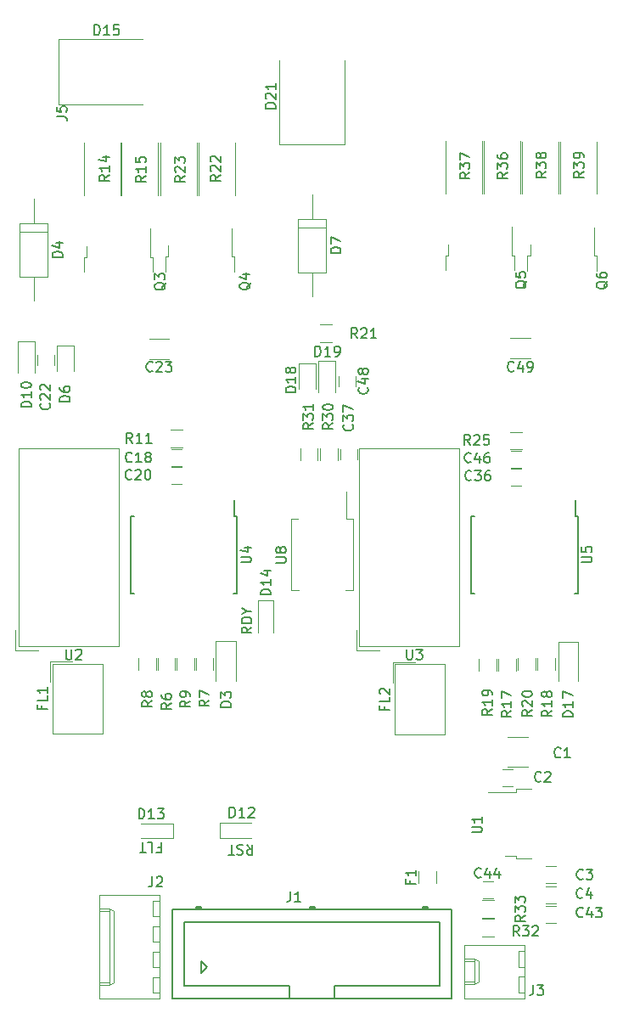
<source format=gto>
G04 #@! TF.GenerationSoftware,KiCad,Pcbnew,no-vcs-found-e062780~61~ubuntu17.10.1*
G04 #@! TF.CreationDate,2018-01-03T10:37:01-05:00*
G04 #@! TF.ProjectId,ENNOID Dual Gate Driver,454E4E4F4944204475616C2047617465,rev?*
G04 #@! TF.SameCoordinates,Original*
G04 #@! TF.FileFunction,Legend,Top*
G04 #@! TF.FilePolarity,Positive*
%FSLAX46Y46*%
G04 Gerber Fmt 4.6, Leading zero omitted, Abs format (unit mm)*
G04 Created by KiCad (PCBNEW no-vcs-found-e062780~61~ubuntu17.10.1) date Wed Jan  3 10:37:01 2018*
%MOMM*%
%LPD*%
G01*
G04 APERTURE LIST*
%ADD10C,0.200000*%
%ADD11C,0.150000*%
%ADD12C,0.120000*%
%ADD13C,0.100000*%
G04 APERTURE END LIST*
D10*
X23483819Y-81843619D02*
X23817152Y-82319809D01*
X24055247Y-81843619D02*
X24055247Y-82843619D01*
X23674295Y-82843619D01*
X23579057Y-82796000D01*
X23531438Y-82748380D01*
X23483819Y-82653142D01*
X23483819Y-82510285D01*
X23531438Y-82415047D01*
X23579057Y-82367428D01*
X23674295Y-82319809D01*
X24055247Y-82319809D01*
X23102866Y-81891238D02*
X22960009Y-81843619D01*
X22721914Y-81843619D01*
X22626676Y-81891238D01*
X22579057Y-81938857D01*
X22531438Y-82034095D01*
X22531438Y-82129333D01*
X22579057Y-82224571D01*
X22626676Y-82272190D01*
X22721914Y-82319809D01*
X22912390Y-82367428D01*
X23007628Y-82415047D01*
X23055247Y-82462666D01*
X23102866Y-82557904D01*
X23102866Y-82653142D01*
X23055247Y-82748380D01*
X23007628Y-82796000D01*
X22912390Y-82843619D01*
X22674295Y-82843619D01*
X22531438Y-82796000D01*
X22245723Y-82843619D02*
X21674295Y-82843619D01*
X21960009Y-81843619D02*
X21960009Y-82843619D01*
X14587457Y-82113428D02*
X14920790Y-82113428D01*
X14920790Y-81589619D02*
X14920790Y-82589619D01*
X14444600Y-82589619D01*
X13587457Y-81589619D02*
X14063647Y-81589619D01*
X14063647Y-82589619D01*
X13396980Y-82589619D02*
X12825552Y-82589619D01*
X13111266Y-81589619D02*
X13111266Y-82589619D01*
X23972780Y-60156647D02*
X23496590Y-60489980D01*
X23972780Y-60728076D02*
X22972780Y-60728076D01*
X22972780Y-60347123D01*
X23020400Y-60251885D01*
X23068019Y-60204266D01*
X23163257Y-60156647D01*
X23306114Y-60156647D01*
X23401352Y-60204266D01*
X23448971Y-60251885D01*
X23496590Y-60347123D01*
X23496590Y-60728076D01*
X23972780Y-59728076D02*
X22972780Y-59728076D01*
X22972780Y-59489980D01*
X23020400Y-59347123D01*
X23115638Y-59251885D01*
X23210876Y-59204266D01*
X23401352Y-59156647D01*
X23544209Y-59156647D01*
X23734685Y-59204266D01*
X23829923Y-59251885D01*
X23925161Y-59347123D01*
X23972780Y-59489980D01*
X23972780Y-59728076D01*
X23496590Y-58537600D02*
X23972780Y-58537600D01*
X22972780Y-58870933D02*
X23496590Y-58537600D01*
X22972780Y-58204266D01*
D11*
X19507400Y-94018100D02*
X18907400Y-94618100D01*
X18907400Y-93418100D02*
X19507400Y-94018100D01*
X18907400Y-94618100D02*
X18907400Y-93418100D01*
X18457400Y-88178100D02*
X18957400Y-88178100D01*
X18957400Y-88078100D02*
X18957400Y-88278100D01*
X18457400Y-88078100D02*
X18957400Y-88078100D01*
X18457400Y-88278100D02*
X18457400Y-88078100D01*
X41037400Y-88178100D02*
X41537400Y-88178100D01*
X41537400Y-88078100D02*
X41537400Y-88278100D01*
X41037400Y-88078100D02*
X41537400Y-88078100D01*
X41037400Y-88278100D02*
X41037400Y-88078100D01*
X29747400Y-88178100D02*
X30247400Y-88178100D01*
X30247400Y-88078100D02*
X30247400Y-88278100D01*
X29747400Y-88078100D02*
X30247400Y-88078100D01*
X29747400Y-88278100D02*
X29747400Y-88078100D01*
X32222400Y-95918100D02*
X32222400Y-97218100D01*
X42757400Y-95918100D02*
X32222400Y-95918100D01*
X42757400Y-89578100D02*
X42757400Y-95918100D01*
X17237400Y-89578100D02*
X42757400Y-89578100D01*
X17237400Y-95918100D02*
X17237400Y-89578100D01*
X27772400Y-95918100D02*
X17237400Y-95918100D01*
X27772400Y-97218100D02*
X27772400Y-95918100D01*
X43957400Y-97218100D02*
X16037400Y-97218100D01*
X43957400Y-88278100D02*
X43957400Y-97218100D01*
X16037400Y-88278100D02*
X43957400Y-88278100D01*
X16037400Y-97218100D02*
X16037400Y-88278100D01*
D12*
X49495200Y-74098600D02*
X51495200Y-74098600D01*
X51495200Y-71138600D02*
X49495200Y-71138600D01*
X50004600Y-74308600D02*
X49004600Y-74308600D01*
X49004600Y-76008600D02*
X50004600Y-76008600D01*
X54348000Y-83998700D02*
X53348000Y-83998700D01*
X53348000Y-85698700D02*
X54348000Y-85698700D01*
X53348000Y-87692600D02*
X54348000Y-87692600D01*
X54348000Y-85992600D02*
X53348000Y-85992600D01*
X17010000Y-42380800D02*
X16010000Y-42380800D01*
X16010000Y-44080800D02*
X17010000Y-44080800D01*
X16010000Y-45909600D02*
X17010000Y-45909600D01*
X17010000Y-44209600D02*
X16010000Y-44209600D01*
X2604400Y-33022600D02*
X2604400Y-34022600D01*
X4304400Y-34022600D02*
X4304400Y-33022600D01*
X49817400Y-46062000D02*
X50817400Y-46062000D01*
X50817400Y-44362000D02*
X49817400Y-44362000D01*
X34530400Y-43427600D02*
X34530400Y-42427600D01*
X32830400Y-42427600D02*
X32830400Y-43427600D01*
X54322600Y-87923000D02*
X53322600Y-87923000D01*
X53322600Y-89623000D02*
X54322600Y-89623000D01*
X48023400Y-85484600D02*
X47023400Y-85484600D01*
X47023400Y-87184600D02*
X48023400Y-87184600D01*
X22412200Y-61580200D02*
X20412200Y-61580200D01*
X20412200Y-61580200D02*
X20412200Y-65480200D01*
X22412200Y-61580200D02*
X22412200Y-65480200D01*
X14134800Y-96634200D02*
X14754800Y-96634200D01*
X14134800Y-95034200D02*
X14134800Y-96634200D01*
X14754800Y-95034200D02*
X14134800Y-95034200D01*
X14134800Y-94094200D02*
X14754800Y-94094200D01*
X14134800Y-92494200D02*
X14134800Y-94094200D01*
X14754800Y-92494200D02*
X14134800Y-92494200D01*
X14134800Y-91554200D02*
X14754800Y-91554200D01*
X14134800Y-89954200D02*
X14134800Y-91554200D01*
X14754800Y-89954200D02*
X14134800Y-89954200D01*
X14134800Y-89014200D02*
X14754800Y-89014200D01*
X14134800Y-87414200D02*
X14134800Y-89014200D01*
X14754800Y-87414200D02*
X14134800Y-87414200D01*
X8754800Y-95584200D02*
X9754800Y-95584200D01*
X8754800Y-88464200D02*
X9754800Y-88464200D01*
X10184800Y-95584200D02*
X9754800Y-95834200D01*
X10184800Y-88464200D02*
X10184800Y-95584200D01*
X9754800Y-88214200D02*
X10184800Y-88464200D01*
X9754800Y-95834200D02*
X8754800Y-95834200D01*
X9754800Y-88214200D02*
X9754800Y-95834200D01*
X8754800Y-88214200D02*
X9754800Y-88214200D01*
X14754800Y-97204200D02*
X14754800Y-86844200D01*
X8754800Y-97204200D02*
X14754800Y-97204200D01*
X8754800Y-86844200D02*
X8754800Y-97204200D01*
X14754800Y-86844200D02*
X8754800Y-86844200D01*
X50583800Y-96583400D02*
X51203800Y-96583400D01*
X50583800Y-94983400D02*
X50583800Y-96583400D01*
X51203800Y-94983400D02*
X50583800Y-94983400D01*
X50583800Y-94043400D02*
X51203800Y-94043400D01*
X50583800Y-92443400D02*
X50583800Y-94043400D01*
X51203800Y-92443400D02*
X50583800Y-92443400D01*
X45203800Y-95533400D02*
X46203800Y-95533400D01*
X45203800Y-93493400D02*
X46203800Y-93493400D01*
X46633800Y-95533400D02*
X46203800Y-95783400D01*
X46633800Y-93493400D02*
X46633800Y-95533400D01*
X46203800Y-93243400D02*
X46633800Y-93493400D01*
X46203800Y-95783400D02*
X45203800Y-95783400D01*
X46203800Y-93243400D02*
X46203800Y-95783400D01*
X45203800Y-93243400D02*
X46203800Y-93243400D01*
X51203800Y-97153400D02*
X51203800Y-91873400D01*
X45203800Y-97153400D02*
X51203800Y-97153400D01*
X45203800Y-91873400D02*
X45203800Y-97153400D01*
X51203800Y-91873400D02*
X45203800Y-91873400D01*
X16348600Y-63230200D02*
X16348600Y-64430200D01*
X14588600Y-64430200D02*
X14588600Y-63230200D01*
X20158600Y-63230200D02*
X20158600Y-64430200D01*
X18398600Y-64430200D02*
X18398600Y-63230200D01*
X14443600Y-63230200D02*
X14443600Y-64430200D01*
X12683600Y-64430200D02*
X12683600Y-63230200D01*
X16493600Y-64430200D02*
X16493600Y-63230200D01*
X18253600Y-63230200D02*
X18253600Y-64430200D01*
X48548400Y-64481000D02*
X48548400Y-63281000D01*
X50308400Y-63281000D02*
X50308400Y-64481000D01*
X52485400Y-64455600D02*
X52485400Y-63255600D01*
X54245400Y-63255600D02*
X54245400Y-64455600D01*
X46643400Y-64481000D02*
X46643400Y-63281000D01*
X48403400Y-63281000D02*
X48403400Y-64481000D01*
X50555000Y-64455600D02*
X50555000Y-63255600D01*
X52315000Y-63255600D02*
X52315000Y-64455600D01*
X31969000Y-31715600D02*
X30769000Y-31715600D01*
X30769000Y-29955600D02*
X31969000Y-29955600D01*
X32565800Y-42327600D02*
X32565800Y-43527600D01*
X30805800Y-43527600D02*
X30805800Y-42327600D01*
X28805800Y-43527600D02*
X28805800Y-42327600D01*
X30565800Y-42327600D02*
X30565800Y-43527600D01*
X46923400Y-89264600D02*
X48123400Y-89264600D01*
X48123400Y-91024600D02*
X46923400Y-91024600D01*
X46923400Y-87359600D02*
X48123400Y-87359600D01*
X48123400Y-89119600D02*
X46923400Y-89119600D01*
X23963400Y-81153800D02*
X20763400Y-81153800D01*
X20763400Y-79653800D02*
X23963400Y-79653800D01*
X20763400Y-79653800D02*
X20763400Y-81153800D01*
X16132605Y-81202572D02*
X16132605Y-79702572D01*
X16132605Y-81202572D02*
X12932605Y-81202572D01*
X12932605Y-79702572D02*
X16132605Y-79702572D01*
X42383600Y-84490000D02*
X42383600Y-85690000D01*
X40623600Y-85690000D02*
X40623600Y-84490000D01*
D11*
X22253200Y-49052600D02*
X22253200Y-47527600D01*
X11878200Y-49052600D02*
X11878200Y-56802600D01*
X22528200Y-49052600D02*
X22528200Y-56802600D01*
X11878200Y-49052600D02*
X12233200Y-49052600D01*
X11878200Y-56802600D02*
X12233200Y-56802600D01*
X22528200Y-56802600D02*
X22173200Y-56802600D01*
X22528200Y-49052600D02*
X22253200Y-49052600D01*
D12*
X50387400Y-82938600D02*
X49287400Y-82938600D01*
X50387400Y-83208600D02*
X50387400Y-82938600D01*
X51887400Y-83208600D02*
X50387400Y-83208600D01*
X50387400Y-76578600D02*
X47557400Y-76578600D01*
X50387400Y-76308600D02*
X50387400Y-76578600D01*
X51887400Y-76308600D02*
X50387400Y-76308600D01*
X28588000Y-49377600D02*
X27888000Y-49377600D01*
X27888000Y-49377600D02*
X27888000Y-56427600D01*
X27888000Y-56427600D02*
X28638000Y-56427600D01*
X33338000Y-56427600D02*
X34088000Y-56427600D01*
X34088000Y-56427600D02*
X34088000Y-49377600D01*
X34088000Y-49377600D02*
X33438000Y-49377600D01*
X33438000Y-49377600D02*
X33438000Y-46677600D01*
D13*
X3904000Y-65584600D02*
X3904000Y-63584600D01*
X3904000Y-63584600D02*
X6104000Y-63584600D01*
D12*
X4104000Y-70784600D02*
X9104000Y-70784600D01*
X9104000Y-70784600D02*
X9104000Y-63784600D01*
X9104000Y-63784600D02*
X4104000Y-63784600D01*
X4104000Y-63784600D02*
X4104000Y-70784600D01*
X38267000Y-63860800D02*
X38267000Y-70860800D01*
X43267000Y-63860800D02*
X38267000Y-63860800D01*
X43267000Y-70860800D02*
X43267000Y-63860800D01*
X38267000Y-70860800D02*
X43267000Y-70860800D01*
D13*
X38067000Y-63660800D02*
X40267000Y-63660800D01*
X38067000Y-65660800D02*
X38067000Y-63660800D01*
D12*
X703200Y-62077600D02*
X10703200Y-62077600D01*
X703200Y-42337600D02*
X703200Y-62077600D01*
X10703200Y-42337600D02*
X703200Y-42337600D01*
X10703200Y-62077600D02*
X10703200Y-42337600D01*
D13*
X403200Y-62457600D02*
X403200Y-60427600D01*
X403200Y-62457600D02*
X2703200Y-62457600D01*
D12*
X34703200Y-62077600D02*
X44703200Y-62077600D01*
X34703200Y-42337600D02*
X34703200Y-62077600D01*
X44703200Y-42337600D02*
X34703200Y-42337600D01*
X44703200Y-62077600D02*
X44703200Y-42337600D01*
D13*
X34403200Y-62457600D02*
X34403200Y-60427600D01*
X34403200Y-62457600D02*
X36703200Y-62457600D01*
D12*
X26128800Y-57466400D02*
X24628800Y-57466400D01*
X26128800Y-57466400D02*
X26128800Y-60666400D01*
X24628800Y-60666400D02*
X24628800Y-57466400D01*
X15732000Y-31415800D02*
X13732000Y-31415800D01*
X13732000Y-33455800D02*
X15732000Y-33455800D01*
X50817400Y-42533200D02*
X49817400Y-42533200D01*
X49817400Y-44233200D02*
X50817400Y-44233200D01*
X32627200Y-35161600D02*
X32627200Y-36161600D01*
X34327200Y-36161600D02*
X34327200Y-35161600D01*
X49749200Y-33354200D02*
X51749200Y-33354200D01*
X51749200Y-31314200D02*
X49749200Y-31314200D01*
X2374000Y-31653400D02*
X674000Y-31653400D01*
X674000Y-31653400D02*
X674000Y-34803400D01*
X2374000Y-31653400D02*
X2374000Y-34803400D01*
X56549800Y-61605600D02*
X56549800Y-65505600D01*
X54549800Y-61605600D02*
X54549800Y-65505600D01*
X56549800Y-61605600D02*
X54549800Y-61605600D01*
X32346000Y-33558400D02*
X32346000Y-36708400D01*
X30646000Y-33558400D02*
X30646000Y-36708400D01*
X32346000Y-33558400D02*
X30646000Y-33558400D01*
X15910000Y-40471200D02*
X17110000Y-40471200D01*
X17110000Y-42231200D02*
X15910000Y-42231200D01*
X10862400Y-11878000D02*
X10862400Y-17078000D01*
X7222400Y-17078000D02*
X7222400Y-11878000D01*
X11007000Y-17078000D02*
X11007000Y-11878000D01*
X14647000Y-11878000D02*
X14647000Y-17078000D01*
X22292400Y-11852600D02*
X22292400Y-17052600D01*
X18652400Y-17052600D02*
X18652400Y-11852600D01*
X14867800Y-17052600D02*
X14867800Y-11852600D01*
X18507800Y-11852600D02*
X18507800Y-17052600D01*
X50942800Y-42434400D02*
X49742800Y-42434400D01*
X49742800Y-40674400D02*
X50942800Y-40674400D01*
X47125800Y-16900200D02*
X47125800Y-11700200D01*
X50765800Y-11700200D02*
X50765800Y-16900200D01*
X46930400Y-11700200D02*
X46930400Y-16900200D01*
X43290400Y-16900200D02*
X43290400Y-11700200D01*
X54575800Y-11725600D02*
X54575800Y-16925600D01*
X50935800Y-16925600D02*
X50935800Y-11725600D01*
X54771200Y-16925600D02*
X54771200Y-11725600D01*
X58411200Y-11725600D02*
X58411200Y-16925600D01*
X6209400Y-32053400D02*
X6209400Y-34603400D01*
X4509400Y-32053400D02*
X4509400Y-34603400D01*
X6209400Y-32053400D02*
X4509400Y-32053400D01*
X30364800Y-33882200D02*
X28664800Y-33882200D01*
X28664800Y-33882200D02*
X28664800Y-36432200D01*
X30364800Y-33882200D02*
X30364800Y-36432200D01*
D11*
X56253200Y-49052600D02*
X56253200Y-47527600D01*
X45878200Y-49052600D02*
X45878200Y-56802600D01*
X56528200Y-49052600D02*
X56528200Y-56802600D01*
X45878200Y-49052600D02*
X46233200Y-49052600D01*
X45878200Y-56802600D02*
X46233200Y-56802600D01*
X56528200Y-56802600D02*
X56173200Y-56802600D01*
X56528200Y-49052600D02*
X56253200Y-49052600D01*
D12*
X3645200Y-19869800D02*
X825200Y-19869800D01*
X825200Y-19869800D02*
X825200Y-25189800D01*
X825200Y-25189800D02*
X3645200Y-25189800D01*
X3645200Y-25189800D02*
X3645200Y-19869800D01*
X2235200Y-17459800D02*
X2235200Y-19869800D01*
X2235200Y-27599800D02*
X2235200Y-25189800D01*
X3645200Y-20709800D02*
X825200Y-20709800D01*
X31410000Y-20287800D02*
X28590000Y-20287800D01*
X30000000Y-27177800D02*
X30000000Y-24767800D01*
X30000000Y-17037800D02*
X30000000Y-19447800D01*
X31410000Y-24767800D02*
X31410000Y-19447800D01*
X28590000Y-24767800D02*
X31410000Y-24767800D01*
X28590000Y-19447800D02*
X28590000Y-24767800D01*
X31410000Y-19447800D02*
X28590000Y-19447800D01*
X4699600Y-7999800D02*
X4699600Y-1499800D01*
X4699600Y-7999800D02*
X13099600Y-7999800D01*
X4699600Y-1499800D02*
X13099600Y-1499800D01*
X26750000Y-12013600D02*
X26750000Y-3613600D01*
X33250000Y-12013600D02*
X33250000Y-3613600D01*
X33250000Y-12013600D02*
X26750000Y-12013600D01*
X7513400Y-23234800D02*
X7513400Y-22134800D01*
X7243400Y-23234800D02*
X7513400Y-23234800D01*
X7243400Y-24734800D02*
X7243400Y-23234800D01*
X13873400Y-23234800D02*
X13873400Y-20404800D01*
X14143400Y-23234800D02*
X13873400Y-23234800D01*
X14143400Y-24734800D02*
X14143400Y-23234800D01*
X22271400Y-24709400D02*
X22271400Y-23209400D01*
X22271400Y-23209400D02*
X22001400Y-23209400D01*
X22001400Y-23209400D02*
X22001400Y-20379400D01*
X15371400Y-24709400D02*
X15371400Y-23209400D01*
X15371400Y-23209400D02*
X15641400Y-23209400D01*
X15641400Y-23209400D02*
X15641400Y-22109400D01*
X50211400Y-24582400D02*
X50211400Y-23082400D01*
X50211400Y-23082400D02*
X49941400Y-23082400D01*
X49941400Y-23082400D02*
X49941400Y-20252400D01*
X43311400Y-24582400D02*
X43311400Y-23082400D01*
X43311400Y-23082400D02*
X43581400Y-23082400D01*
X43581400Y-23082400D02*
X43581400Y-21982400D01*
X51760200Y-23107800D02*
X51760200Y-22007800D01*
X51490200Y-23107800D02*
X51760200Y-23107800D01*
X51490200Y-24607800D02*
X51490200Y-23107800D01*
X58120200Y-23107800D02*
X58120200Y-20277800D01*
X58390200Y-23107800D02*
X58120200Y-23107800D01*
X58390200Y-24607800D02*
X58390200Y-23107800D01*
D11*
X27860666Y-86523580D02*
X27860666Y-87237866D01*
X27813047Y-87380723D01*
X27717809Y-87475961D01*
X27574952Y-87523580D01*
X27479714Y-87523580D01*
X28860666Y-87523580D02*
X28289238Y-87523580D01*
X28574952Y-87523580D02*
X28574952Y-86523580D01*
X28479714Y-86666438D01*
X28384476Y-86761676D01*
X28289238Y-86809295D01*
X54798933Y-73064642D02*
X54751314Y-73112261D01*
X54608457Y-73159880D01*
X54513219Y-73159880D01*
X54370361Y-73112261D01*
X54275123Y-73017023D01*
X54227504Y-72921785D01*
X54179885Y-72731309D01*
X54179885Y-72588452D01*
X54227504Y-72397976D01*
X54275123Y-72302738D01*
X54370361Y-72207500D01*
X54513219Y-72159880D01*
X54608457Y-72159880D01*
X54751314Y-72207500D01*
X54798933Y-72255119D01*
X55751314Y-73159880D02*
X55179885Y-73159880D01*
X55465600Y-73159880D02*
X55465600Y-72159880D01*
X55370361Y-72302738D01*
X55275123Y-72397976D01*
X55179885Y-72445595D01*
X52843133Y-75477642D02*
X52795514Y-75525261D01*
X52652657Y-75572880D01*
X52557419Y-75572880D01*
X52414561Y-75525261D01*
X52319323Y-75430023D01*
X52271704Y-75334785D01*
X52224085Y-75144309D01*
X52224085Y-75001452D01*
X52271704Y-74810976D01*
X52319323Y-74715738D01*
X52414561Y-74620500D01*
X52557419Y-74572880D01*
X52652657Y-74572880D01*
X52795514Y-74620500D01*
X52843133Y-74668119D01*
X53224085Y-74668119D02*
X53271704Y-74620500D01*
X53366942Y-74572880D01*
X53605038Y-74572880D01*
X53700276Y-74620500D01*
X53747895Y-74668119D01*
X53795514Y-74763357D01*
X53795514Y-74858595D01*
X53747895Y-75001452D01*
X53176466Y-75572880D01*
X53795514Y-75572880D01*
X57021433Y-85205842D02*
X56973814Y-85253461D01*
X56830957Y-85301080D01*
X56735719Y-85301080D01*
X56592861Y-85253461D01*
X56497623Y-85158223D01*
X56450004Y-85062985D01*
X56402385Y-84872509D01*
X56402385Y-84729652D01*
X56450004Y-84539176D01*
X56497623Y-84443938D01*
X56592861Y-84348700D01*
X56735719Y-84301080D01*
X56830957Y-84301080D01*
X56973814Y-84348700D01*
X57021433Y-84396319D01*
X57354766Y-84301080D02*
X57973814Y-84301080D01*
X57640480Y-84682033D01*
X57783338Y-84682033D01*
X57878576Y-84729652D01*
X57926195Y-84777271D01*
X57973814Y-84872509D01*
X57973814Y-85110604D01*
X57926195Y-85205842D01*
X57878576Y-85253461D01*
X57783338Y-85301080D01*
X57497623Y-85301080D01*
X57402385Y-85253461D01*
X57354766Y-85205842D01*
X56983333Y-87085442D02*
X56935714Y-87133061D01*
X56792857Y-87180680D01*
X56697619Y-87180680D01*
X56554761Y-87133061D01*
X56459523Y-87037823D01*
X56411904Y-86942585D01*
X56364285Y-86752109D01*
X56364285Y-86609252D01*
X56411904Y-86418776D01*
X56459523Y-86323538D01*
X56554761Y-86228300D01*
X56697619Y-86180680D01*
X56792857Y-86180680D01*
X56935714Y-86228300D01*
X56983333Y-86275919D01*
X57840476Y-86514014D02*
X57840476Y-87180680D01*
X57602380Y-86133061D02*
X57364285Y-86847347D01*
X57983333Y-86847347D01*
X12031742Y-43613342D02*
X11984123Y-43660961D01*
X11841266Y-43708580D01*
X11746028Y-43708580D01*
X11603171Y-43660961D01*
X11507933Y-43565723D01*
X11460314Y-43470485D01*
X11412695Y-43280009D01*
X11412695Y-43137152D01*
X11460314Y-42946676D01*
X11507933Y-42851438D01*
X11603171Y-42756200D01*
X11746028Y-42708580D01*
X11841266Y-42708580D01*
X11984123Y-42756200D01*
X12031742Y-42803819D01*
X12984123Y-43708580D02*
X12412695Y-43708580D01*
X12698409Y-43708580D02*
X12698409Y-42708580D01*
X12603171Y-42851438D01*
X12507933Y-42946676D01*
X12412695Y-42994295D01*
X13555552Y-43137152D02*
X13460314Y-43089533D01*
X13412695Y-43041914D01*
X13365076Y-42946676D01*
X13365076Y-42899057D01*
X13412695Y-42803819D01*
X13460314Y-42756200D01*
X13555552Y-42708580D01*
X13746028Y-42708580D01*
X13841266Y-42756200D01*
X13888885Y-42803819D01*
X13936504Y-42899057D01*
X13936504Y-42946676D01*
X13888885Y-43041914D01*
X13841266Y-43089533D01*
X13746028Y-43137152D01*
X13555552Y-43137152D01*
X13460314Y-43184771D01*
X13412695Y-43232390D01*
X13365076Y-43327628D01*
X13365076Y-43518104D01*
X13412695Y-43613342D01*
X13460314Y-43660961D01*
X13555552Y-43708580D01*
X13746028Y-43708580D01*
X13841266Y-43660961D01*
X13888885Y-43613342D01*
X13936504Y-43518104D01*
X13936504Y-43327628D01*
X13888885Y-43232390D01*
X13841266Y-43184771D01*
X13746028Y-43137152D01*
X11980942Y-45340542D02*
X11933323Y-45388161D01*
X11790466Y-45435780D01*
X11695228Y-45435780D01*
X11552371Y-45388161D01*
X11457133Y-45292923D01*
X11409514Y-45197685D01*
X11361895Y-45007209D01*
X11361895Y-44864352D01*
X11409514Y-44673876D01*
X11457133Y-44578638D01*
X11552371Y-44483400D01*
X11695228Y-44435780D01*
X11790466Y-44435780D01*
X11933323Y-44483400D01*
X11980942Y-44531019D01*
X12361895Y-44531019D02*
X12409514Y-44483400D01*
X12504752Y-44435780D01*
X12742847Y-44435780D01*
X12838085Y-44483400D01*
X12885704Y-44531019D01*
X12933323Y-44626257D01*
X12933323Y-44721495D01*
X12885704Y-44864352D01*
X12314276Y-45435780D01*
X12933323Y-45435780D01*
X13552371Y-44435780D02*
X13647609Y-44435780D01*
X13742847Y-44483400D01*
X13790466Y-44531019D01*
X13838085Y-44626257D01*
X13885704Y-44816733D01*
X13885704Y-45054828D01*
X13838085Y-45245304D01*
X13790466Y-45340542D01*
X13742847Y-45388161D01*
X13647609Y-45435780D01*
X13552371Y-45435780D01*
X13457133Y-45388161D01*
X13409514Y-45340542D01*
X13361895Y-45245304D01*
X13314276Y-45054828D01*
X13314276Y-44816733D01*
X13361895Y-44626257D01*
X13409514Y-44531019D01*
X13457133Y-44483400D01*
X13552371Y-44435780D01*
X3786142Y-37843057D02*
X3833761Y-37890676D01*
X3881380Y-38033533D01*
X3881380Y-38128771D01*
X3833761Y-38271628D01*
X3738523Y-38366866D01*
X3643285Y-38414485D01*
X3452809Y-38462104D01*
X3309952Y-38462104D01*
X3119476Y-38414485D01*
X3024238Y-38366866D01*
X2929000Y-38271628D01*
X2881380Y-38128771D01*
X2881380Y-38033533D01*
X2929000Y-37890676D01*
X2976619Y-37843057D01*
X2976619Y-37462104D02*
X2929000Y-37414485D01*
X2881380Y-37319247D01*
X2881380Y-37081152D01*
X2929000Y-36985914D01*
X2976619Y-36938295D01*
X3071857Y-36890676D01*
X3167095Y-36890676D01*
X3309952Y-36938295D01*
X3881380Y-37509723D01*
X3881380Y-36890676D01*
X2976619Y-36509723D02*
X2929000Y-36462104D01*
X2881380Y-36366866D01*
X2881380Y-36128771D01*
X2929000Y-36033533D01*
X2976619Y-35985914D01*
X3071857Y-35938295D01*
X3167095Y-35938295D01*
X3309952Y-35985914D01*
X3881380Y-36557342D01*
X3881380Y-35938295D01*
X45902642Y-45442142D02*
X45855023Y-45489761D01*
X45712166Y-45537380D01*
X45616928Y-45537380D01*
X45474071Y-45489761D01*
X45378833Y-45394523D01*
X45331214Y-45299285D01*
X45283595Y-45108809D01*
X45283595Y-44965952D01*
X45331214Y-44775476D01*
X45378833Y-44680238D01*
X45474071Y-44585000D01*
X45616928Y-44537380D01*
X45712166Y-44537380D01*
X45855023Y-44585000D01*
X45902642Y-44632619D01*
X46235976Y-44537380D02*
X46855023Y-44537380D01*
X46521690Y-44918333D01*
X46664547Y-44918333D01*
X46759785Y-44965952D01*
X46807404Y-45013571D01*
X46855023Y-45108809D01*
X46855023Y-45346904D01*
X46807404Y-45442142D01*
X46759785Y-45489761D01*
X46664547Y-45537380D01*
X46378833Y-45537380D01*
X46283595Y-45489761D01*
X46235976Y-45442142D01*
X47712166Y-44537380D02*
X47521690Y-44537380D01*
X47426452Y-44585000D01*
X47378833Y-44632619D01*
X47283595Y-44775476D01*
X47235976Y-44965952D01*
X47235976Y-45346904D01*
X47283595Y-45442142D01*
X47331214Y-45489761D01*
X47426452Y-45537380D01*
X47616928Y-45537380D01*
X47712166Y-45489761D01*
X47759785Y-45442142D01*
X47807404Y-45346904D01*
X47807404Y-45108809D01*
X47759785Y-45013571D01*
X47712166Y-44965952D01*
X47616928Y-44918333D01*
X47426452Y-44918333D01*
X47331214Y-44965952D01*
X47283595Y-45013571D01*
X47235976Y-45108809D01*
X34012142Y-39949357D02*
X34059761Y-39996976D01*
X34107380Y-40139833D01*
X34107380Y-40235071D01*
X34059761Y-40377928D01*
X33964523Y-40473166D01*
X33869285Y-40520785D01*
X33678809Y-40568404D01*
X33535952Y-40568404D01*
X33345476Y-40520785D01*
X33250238Y-40473166D01*
X33155000Y-40377928D01*
X33107380Y-40235071D01*
X33107380Y-40139833D01*
X33155000Y-39996976D01*
X33202619Y-39949357D01*
X33107380Y-39616023D02*
X33107380Y-38996976D01*
X33488333Y-39330309D01*
X33488333Y-39187452D01*
X33535952Y-39092214D01*
X33583571Y-39044595D01*
X33678809Y-38996976D01*
X33916904Y-38996976D01*
X34012142Y-39044595D01*
X34059761Y-39092214D01*
X34107380Y-39187452D01*
X34107380Y-39473166D01*
X34059761Y-39568404D01*
X34012142Y-39616023D01*
X33107380Y-38663642D02*
X33107380Y-37996976D01*
X34107380Y-38425547D01*
X57015142Y-89003142D02*
X56967523Y-89050761D01*
X56824666Y-89098380D01*
X56729428Y-89098380D01*
X56586571Y-89050761D01*
X56491333Y-88955523D01*
X56443714Y-88860285D01*
X56396095Y-88669809D01*
X56396095Y-88526952D01*
X56443714Y-88336476D01*
X56491333Y-88241238D01*
X56586571Y-88146000D01*
X56729428Y-88098380D01*
X56824666Y-88098380D01*
X56967523Y-88146000D01*
X57015142Y-88193619D01*
X57872285Y-88431714D02*
X57872285Y-89098380D01*
X57634190Y-88050761D02*
X57396095Y-88765047D01*
X58015142Y-88765047D01*
X58300857Y-88098380D02*
X58919904Y-88098380D01*
X58586571Y-88479333D01*
X58729428Y-88479333D01*
X58824666Y-88526952D01*
X58872285Y-88574571D01*
X58919904Y-88669809D01*
X58919904Y-88907904D01*
X58872285Y-89003142D01*
X58824666Y-89050761D01*
X58729428Y-89098380D01*
X58443714Y-89098380D01*
X58348476Y-89050761D01*
X58300857Y-89003142D01*
X46855142Y-85066142D02*
X46807523Y-85113761D01*
X46664666Y-85161380D01*
X46569428Y-85161380D01*
X46426571Y-85113761D01*
X46331333Y-85018523D01*
X46283714Y-84923285D01*
X46236095Y-84732809D01*
X46236095Y-84589952D01*
X46283714Y-84399476D01*
X46331333Y-84304238D01*
X46426571Y-84209000D01*
X46569428Y-84161380D01*
X46664666Y-84161380D01*
X46807523Y-84209000D01*
X46855142Y-84256619D01*
X47712285Y-84494714D02*
X47712285Y-85161380D01*
X47474190Y-84113761D02*
X47236095Y-84828047D01*
X47855142Y-84828047D01*
X48664666Y-84494714D02*
X48664666Y-85161380D01*
X48426571Y-84113761D02*
X48188476Y-84828047D01*
X48807523Y-84828047D01*
X21915380Y-68111595D02*
X20915380Y-68111595D01*
X20915380Y-67873500D01*
X20963000Y-67730642D01*
X21058238Y-67635404D01*
X21153476Y-67587785D01*
X21343952Y-67540166D01*
X21486809Y-67540166D01*
X21677285Y-67587785D01*
X21772523Y-67635404D01*
X21867761Y-67730642D01*
X21915380Y-67873500D01*
X21915380Y-68111595D01*
X20915380Y-67206833D02*
X20915380Y-66587785D01*
X21296333Y-66921119D01*
X21296333Y-66778261D01*
X21343952Y-66683023D01*
X21391571Y-66635404D01*
X21486809Y-66587785D01*
X21724904Y-66587785D01*
X21820142Y-66635404D01*
X21867761Y-66683023D01*
X21915380Y-66778261D01*
X21915380Y-67063976D01*
X21867761Y-67159214D01*
X21820142Y-67206833D01*
X14065926Y-85032600D02*
X14065926Y-85746886D01*
X14018307Y-85889743D01*
X13923069Y-85984981D01*
X13780212Y-86032600D01*
X13684974Y-86032600D01*
X14494498Y-85127839D02*
X14542117Y-85080220D01*
X14637355Y-85032600D01*
X14875450Y-85032600D01*
X14970688Y-85080220D01*
X15018307Y-85127839D01*
X15065926Y-85223077D01*
X15065926Y-85318315D01*
X15018307Y-85461172D01*
X14446879Y-86032600D01*
X15065926Y-86032600D01*
X52066866Y-95819980D02*
X52066866Y-96534266D01*
X52019247Y-96677123D01*
X51924009Y-96772361D01*
X51781152Y-96819980D01*
X51685914Y-96819980D01*
X52447819Y-95819980D02*
X53066866Y-95819980D01*
X52733533Y-96200933D01*
X52876390Y-96200933D01*
X52971628Y-96248552D01*
X53019247Y-96296171D01*
X53066866Y-96391409D01*
X53066866Y-96629504D01*
X53019247Y-96724742D01*
X52971628Y-96772361D01*
X52876390Y-96819980D01*
X52590676Y-96819980D01*
X52495438Y-96772361D01*
X52447819Y-96724742D01*
X15971780Y-67730666D02*
X15495590Y-68064000D01*
X15971780Y-68302095D02*
X14971780Y-68302095D01*
X14971780Y-67921142D01*
X15019400Y-67825904D01*
X15067019Y-67778285D01*
X15162257Y-67730666D01*
X15305114Y-67730666D01*
X15400352Y-67778285D01*
X15447971Y-67825904D01*
X15495590Y-67921142D01*
X15495590Y-68302095D01*
X14971780Y-66873523D02*
X14971780Y-67064000D01*
X15019400Y-67159238D01*
X15067019Y-67206857D01*
X15209876Y-67302095D01*
X15400352Y-67349714D01*
X15781304Y-67349714D01*
X15876542Y-67302095D01*
X15924161Y-67254476D01*
X15971780Y-67159238D01*
X15971780Y-66968761D01*
X15924161Y-66873523D01*
X15876542Y-66825904D01*
X15781304Y-66778285D01*
X15543209Y-66778285D01*
X15447971Y-66825904D01*
X15400352Y-66873523D01*
X15352733Y-66968761D01*
X15352733Y-67159238D01*
X15400352Y-67254476D01*
X15447971Y-67302095D01*
X15543209Y-67349714D01*
X19730980Y-67438566D02*
X19254790Y-67771900D01*
X19730980Y-68009995D02*
X18730980Y-68009995D01*
X18730980Y-67629042D01*
X18778600Y-67533804D01*
X18826219Y-67486185D01*
X18921457Y-67438566D01*
X19064314Y-67438566D01*
X19159552Y-67486185D01*
X19207171Y-67533804D01*
X19254790Y-67629042D01*
X19254790Y-68009995D01*
X18730980Y-67105233D02*
X18730980Y-66438566D01*
X19730980Y-66867138D01*
X14041380Y-67502066D02*
X13565190Y-67835400D01*
X14041380Y-68073495D02*
X13041380Y-68073495D01*
X13041380Y-67692542D01*
X13089000Y-67597304D01*
X13136619Y-67549685D01*
X13231857Y-67502066D01*
X13374714Y-67502066D01*
X13469952Y-67549685D01*
X13517571Y-67597304D01*
X13565190Y-67692542D01*
X13565190Y-68073495D01*
X13469952Y-66930638D02*
X13422333Y-67025876D01*
X13374714Y-67073495D01*
X13279476Y-67121114D01*
X13231857Y-67121114D01*
X13136619Y-67073495D01*
X13089000Y-67025876D01*
X13041380Y-66930638D01*
X13041380Y-66740161D01*
X13089000Y-66644923D01*
X13136619Y-66597304D01*
X13231857Y-66549685D01*
X13279476Y-66549685D01*
X13374714Y-66597304D01*
X13422333Y-66644923D01*
X13469952Y-66740161D01*
X13469952Y-66930638D01*
X13517571Y-67025876D01*
X13565190Y-67073495D01*
X13660428Y-67121114D01*
X13850904Y-67121114D01*
X13946142Y-67073495D01*
X13993761Y-67025876D01*
X14041380Y-66930638D01*
X14041380Y-66740161D01*
X13993761Y-66644923D01*
X13946142Y-66597304D01*
X13850904Y-66549685D01*
X13660428Y-66549685D01*
X13565190Y-66597304D01*
X13517571Y-66644923D01*
X13469952Y-66740161D01*
X17825980Y-67514766D02*
X17349790Y-67848100D01*
X17825980Y-68086195D02*
X16825980Y-68086195D01*
X16825980Y-67705242D01*
X16873600Y-67610004D01*
X16921219Y-67562385D01*
X17016457Y-67514766D01*
X17159314Y-67514766D01*
X17254552Y-67562385D01*
X17302171Y-67610004D01*
X17349790Y-67705242D01*
X17349790Y-68086195D01*
X17825980Y-67038576D02*
X17825980Y-66848100D01*
X17778361Y-66752861D01*
X17730742Y-66705242D01*
X17587885Y-66610004D01*
X17397409Y-66562385D01*
X17016457Y-66562385D01*
X16921219Y-66610004D01*
X16873600Y-66657623D01*
X16825980Y-66752861D01*
X16825980Y-66943338D01*
X16873600Y-67038576D01*
X16921219Y-67086195D01*
X17016457Y-67133814D01*
X17254552Y-67133814D01*
X17349790Y-67086195D01*
X17397409Y-67038576D01*
X17445028Y-66943338D01*
X17445028Y-66752861D01*
X17397409Y-66657623D01*
X17349790Y-66610004D01*
X17254552Y-66562385D01*
X49880780Y-68490057D02*
X49404590Y-68823390D01*
X49880780Y-69061485D02*
X48880780Y-69061485D01*
X48880780Y-68680533D01*
X48928400Y-68585295D01*
X48976019Y-68537676D01*
X49071257Y-68490057D01*
X49214114Y-68490057D01*
X49309352Y-68537676D01*
X49356971Y-68585295D01*
X49404590Y-68680533D01*
X49404590Y-69061485D01*
X49880780Y-67537676D02*
X49880780Y-68109104D01*
X49880780Y-67823390D02*
X48880780Y-67823390D01*
X49023638Y-67918628D01*
X49118876Y-68013866D01*
X49166495Y-68109104D01*
X48880780Y-67204342D02*
X48880780Y-66537676D01*
X49880780Y-66966247D01*
X53932080Y-68460857D02*
X53455890Y-68794190D01*
X53932080Y-69032285D02*
X52932080Y-69032285D01*
X52932080Y-68651333D01*
X52979700Y-68556095D01*
X53027319Y-68508476D01*
X53122557Y-68460857D01*
X53265414Y-68460857D01*
X53360652Y-68508476D01*
X53408271Y-68556095D01*
X53455890Y-68651333D01*
X53455890Y-69032285D01*
X53932080Y-67508476D02*
X53932080Y-68079904D01*
X53932080Y-67794190D02*
X52932080Y-67794190D01*
X53074938Y-67889428D01*
X53170176Y-67984666D01*
X53217795Y-68079904D01*
X53360652Y-66937047D02*
X53313033Y-67032285D01*
X53265414Y-67079904D01*
X53170176Y-67127523D01*
X53122557Y-67127523D01*
X53027319Y-67079904D01*
X52979700Y-67032285D01*
X52932080Y-66937047D01*
X52932080Y-66746571D01*
X52979700Y-66651333D01*
X53027319Y-66603714D01*
X53122557Y-66556095D01*
X53170176Y-66556095D01*
X53265414Y-66603714D01*
X53313033Y-66651333D01*
X53360652Y-66746571D01*
X53360652Y-66937047D01*
X53408271Y-67032285D01*
X53455890Y-67079904D01*
X53551128Y-67127523D01*
X53741604Y-67127523D01*
X53836842Y-67079904D01*
X53884461Y-67032285D01*
X53932080Y-66937047D01*
X53932080Y-66746571D01*
X53884461Y-66651333D01*
X53836842Y-66603714D01*
X53741604Y-66556095D01*
X53551128Y-66556095D01*
X53455890Y-66603714D01*
X53408271Y-66651333D01*
X53360652Y-66746571D01*
X47975780Y-68333857D02*
X47499590Y-68667190D01*
X47975780Y-68905285D02*
X46975780Y-68905285D01*
X46975780Y-68524333D01*
X47023400Y-68429095D01*
X47071019Y-68381476D01*
X47166257Y-68333857D01*
X47309114Y-68333857D01*
X47404352Y-68381476D01*
X47451971Y-68429095D01*
X47499590Y-68524333D01*
X47499590Y-68905285D01*
X47975780Y-67381476D02*
X47975780Y-67952904D01*
X47975780Y-67667190D02*
X46975780Y-67667190D01*
X47118638Y-67762428D01*
X47213876Y-67857666D01*
X47261495Y-67952904D01*
X47975780Y-66905285D02*
X47975780Y-66714809D01*
X47928161Y-66619571D01*
X47880542Y-66571952D01*
X47737685Y-66476714D01*
X47547209Y-66429095D01*
X47166257Y-66429095D01*
X47071019Y-66476714D01*
X47023400Y-66524333D01*
X46975780Y-66619571D01*
X46975780Y-66810047D01*
X47023400Y-66905285D01*
X47071019Y-66952904D01*
X47166257Y-67000523D01*
X47404352Y-67000523D01*
X47499590Y-66952904D01*
X47547209Y-66905285D01*
X47594828Y-66810047D01*
X47594828Y-66619571D01*
X47547209Y-66524333D01*
X47499590Y-66476714D01*
X47404352Y-66429095D01*
X51963580Y-68422757D02*
X51487390Y-68756090D01*
X51963580Y-68994185D02*
X50963580Y-68994185D01*
X50963580Y-68613233D01*
X51011200Y-68517995D01*
X51058819Y-68470376D01*
X51154057Y-68422757D01*
X51296914Y-68422757D01*
X51392152Y-68470376D01*
X51439771Y-68517995D01*
X51487390Y-68613233D01*
X51487390Y-68994185D01*
X51058819Y-68041804D02*
X51011200Y-67994185D01*
X50963580Y-67898947D01*
X50963580Y-67660852D01*
X51011200Y-67565614D01*
X51058819Y-67517995D01*
X51154057Y-67470376D01*
X51249295Y-67470376D01*
X51392152Y-67517995D01*
X51963580Y-68089423D01*
X51963580Y-67470376D01*
X50963580Y-66851328D02*
X50963580Y-66756090D01*
X51011200Y-66660852D01*
X51058819Y-66613233D01*
X51154057Y-66565614D01*
X51344533Y-66517995D01*
X51582628Y-66517995D01*
X51773104Y-66565614D01*
X51868342Y-66613233D01*
X51915961Y-66660852D01*
X51963580Y-66756090D01*
X51963580Y-66851328D01*
X51915961Y-66946566D01*
X51868342Y-66994185D01*
X51773104Y-67041804D01*
X51582628Y-67089423D01*
X51344533Y-67089423D01*
X51154057Y-67041804D01*
X51058819Y-66994185D01*
X51011200Y-66946566D01*
X50963580Y-66851328D01*
X34510742Y-31338780D02*
X34177409Y-30862590D01*
X33939314Y-31338780D02*
X33939314Y-30338780D01*
X34320266Y-30338780D01*
X34415504Y-30386400D01*
X34463123Y-30434019D01*
X34510742Y-30529257D01*
X34510742Y-30672114D01*
X34463123Y-30767352D01*
X34415504Y-30814971D01*
X34320266Y-30862590D01*
X33939314Y-30862590D01*
X34891695Y-30434019D02*
X34939314Y-30386400D01*
X35034552Y-30338780D01*
X35272647Y-30338780D01*
X35367885Y-30386400D01*
X35415504Y-30434019D01*
X35463123Y-30529257D01*
X35463123Y-30624495D01*
X35415504Y-30767352D01*
X34844076Y-31338780D01*
X35463123Y-31338780D01*
X36415504Y-31338780D02*
X35844076Y-31338780D01*
X36129790Y-31338780D02*
X36129790Y-30338780D01*
X36034552Y-30481638D01*
X35939314Y-30576876D01*
X35844076Y-30624495D01*
X32075380Y-39822357D02*
X31599190Y-40155690D01*
X32075380Y-40393785D02*
X31075380Y-40393785D01*
X31075380Y-40012833D01*
X31123000Y-39917595D01*
X31170619Y-39869976D01*
X31265857Y-39822357D01*
X31408714Y-39822357D01*
X31503952Y-39869976D01*
X31551571Y-39917595D01*
X31599190Y-40012833D01*
X31599190Y-40393785D01*
X31075380Y-39489023D02*
X31075380Y-38869976D01*
X31456333Y-39203309D01*
X31456333Y-39060452D01*
X31503952Y-38965214D01*
X31551571Y-38917595D01*
X31646809Y-38869976D01*
X31884904Y-38869976D01*
X31980142Y-38917595D01*
X32027761Y-38965214D01*
X32075380Y-39060452D01*
X32075380Y-39346166D01*
X32027761Y-39441404D01*
X31980142Y-39489023D01*
X31075380Y-38250928D02*
X31075380Y-38155690D01*
X31123000Y-38060452D01*
X31170619Y-38012833D01*
X31265857Y-37965214D01*
X31456333Y-37917595D01*
X31694428Y-37917595D01*
X31884904Y-37965214D01*
X31980142Y-38012833D01*
X32027761Y-38060452D01*
X32075380Y-38155690D01*
X32075380Y-38250928D01*
X32027761Y-38346166D01*
X31980142Y-38393785D01*
X31884904Y-38441404D01*
X31694428Y-38489023D01*
X31456333Y-38489023D01*
X31265857Y-38441404D01*
X31170619Y-38393785D01*
X31123000Y-38346166D01*
X31075380Y-38250928D01*
X30106880Y-39822357D02*
X29630690Y-40155690D01*
X30106880Y-40393785D02*
X29106880Y-40393785D01*
X29106880Y-40012833D01*
X29154500Y-39917595D01*
X29202119Y-39869976D01*
X29297357Y-39822357D01*
X29440214Y-39822357D01*
X29535452Y-39869976D01*
X29583071Y-39917595D01*
X29630690Y-40012833D01*
X29630690Y-40393785D01*
X29106880Y-39489023D02*
X29106880Y-38869976D01*
X29487833Y-39203309D01*
X29487833Y-39060452D01*
X29535452Y-38965214D01*
X29583071Y-38917595D01*
X29678309Y-38869976D01*
X29916404Y-38869976D01*
X30011642Y-38917595D01*
X30059261Y-38965214D01*
X30106880Y-39060452D01*
X30106880Y-39346166D01*
X30059261Y-39441404D01*
X30011642Y-39489023D01*
X30106880Y-37917595D02*
X30106880Y-38489023D01*
X30106880Y-38203309D02*
X29106880Y-38203309D01*
X29249738Y-38298547D01*
X29344976Y-38393785D01*
X29392595Y-38489023D01*
X50665142Y-90939880D02*
X50331809Y-90463690D01*
X50093714Y-90939880D02*
X50093714Y-89939880D01*
X50474666Y-89939880D01*
X50569904Y-89987500D01*
X50617523Y-90035119D01*
X50665142Y-90130357D01*
X50665142Y-90273214D01*
X50617523Y-90368452D01*
X50569904Y-90416071D01*
X50474666Y-90463690D01*
X50093714Y-90463690D01*
X50998476Y-89939880D02*
X51617523Y-89939880D01*
X51284190Y-90320833D01*
X51427047Y-90320833D01*
X51522285Y-90368452D01*
X51569904Y-90416071D01*
X51617523Y-90511309D01*
X51617523Y-90749404D01*
X51569904Y-90844642D01*
X51522285Y-90892261D01*
X51427047Y-90939880D01*
X51141333Y-90939880D01*
X51046095Y-90892261D01*
X50998476Y-90844642D01*
X51998476Y-90035119D02*
X52046095Y-89987500D01*
X52141333Y-89939880D01*
X52379428Y-89939880D01*
X52474666Y-89987500D01*
X52522285Y-90035119D01*
X52569904Y-90130357D01*
X52569904Y-90225595D01*
X52522285Y-90368452D01*
X51950857Y-90939880D01*
X52569904Y-90939880D01*
X51252380Y-88907857D02*
X50776190Y-89241190D01*
X51252380Y-89479285D02*
X50252380Y-89479285D01*
X50252380Y-89098333D01*
X50300000Y-89003095D01*
X50347619Y-88955476D01*
X50442857Y-88907857D01*
X50585714Y-88907857D01*
X50680952Y-88955476D01*
X50728571Y-89003095D01*
X50776190Y-89098333D01*
X50776190Y-89479285D01*
X50252380Y-88574523D02*
X50252380Y-87955476D01*
X50633333Y-88288809D01*
X50633333Y-88145952D01*
X50680952Y-88050714D01*
X50728571Y-88003095D01*
X50823809Y-87955476D01*
X51061904Y-87955476D01*
X51157142Y-88003095D01*
X51204761Y-88050714D01*
X51252380Y-88145952D01*
X51252380Y-88431666D01*
X51204761Y-88526904D01*
X51157142Y-88574523D01*
X50252380Y-87622142D02*
X50252380Y-87003095D01*
X50633333Y-87336428D01*
X50633333Y-87193571D01*
X50680952Y-87098333D01*
X50728571Y-87050714D01*
X50823809Y-87003095D01*
X51061904Y-87003095D01*
X51157142Y-87050714D01*
X51204761Y-87098333D01*
X51252380Y-87193571D01*
X51252380Y-87479285D01*
X51204761Y-87574523D01*
X51157142Y-87622142D01*
X21772714Y-79116180D02*
X21772714Y-78116180D01*
X22010809Y-78116180D01*
X22153666Y-78163800D01*
X22248904Y-78259038D01*
X22296523Y-78354276D01*
X22344142Y-78544752D01*
X22344142Y-78687609D01*
X22296523Y-78878085D01*
X22248904Y-78973323D01*
X22153666Y-79068561D01*
X22010809Y-79116180D01*
X21772714Y-79116180D01*
X23296523Y-79116180D02*
X22725095Y-79116180D01*
X23010809Y-79116180D02*
X23010809Y-78116180D01*
X22915571Y-78259038D01*
X22820333Y-78354276D01*
X22725095Y-78401895D01*
X23677476Y-78211419D02*
X23725095Y-78163800D01*
X23820333Y-78116180D01*
X24058428Y-78116180D01*
X24153666Y-78163800D01*
X24201285Y-78211419D01*
X24248904Y-78306657D01*
X24248904Y-78401895D01*
X24201285Y-78544752D01*
X23629857Y-79116180D01*
X24248904Y-79116180D01*
X12730314Y-79243180D02*
X12730314Y-78243180D01*
X12968409Y-78243180D01*
X13111266Y-78290800D01*
X13206504Y-78386038D01*
X13254123Y-78481276D01*
X13301742Y-78671752D01*
X13301742Y-78814609D01*
X13254123Y-79005085D01*
X13206504Y-79100323D01*
X13111266Y-79195561D01*
X12968409Y-79243180D01*
X12730314Y-79243180D01*
X14254123Y-79243180D02*
X13682695Y-79243180D01*
X13968409Y-79243180D02*
X13968409Y-78243180D01*
X13873171Y-78386038D01*
X13777933Y-78481276D01*
X13682695Y-78528895D01*
X14587457Y-78243180D02*
X15206504Y-78243180D01*
X14873171Y-78624133D01*
X15016028Y-78624133D01*
X15111266Y-78671752D01*
X15158885Y-78719371D01*
X15206504Y-78814609D01*
X15206504Y-79052704D01*
X15158885Y-79147942D01*
X15111266Y-79195561D01*
X15016028Y-79243180D01*
X14730314Y-79243180D01*
X14635076Y-79195561D01*
X14587457Y-79147942D01*
X39806571Y-85423333D02*
X39806571Y-85756666D01*
X40330380Y-85756666D02*
X39330380Y-85756666D01*
X39330380Y-85280476D01*
X40330380Y-84375714D02*
X40330380Y-84947142D01*
X40330380Y-84661428D02*
X39330380Y-84661428D01*
X39473238Y-84756666D01*
X39568476Y-84851904D01*
X39616095Y-84947142D01*
X22905580Y-53689504D02*
X23715104Y-53689504D01*
X23810342Y-53641885D01*
X23857961Y-53594266D01*
X23905580Y-53499028D01*
X23905580Y-53308552D01*
X23857961Y-53213314D01*
X23810342Y-53165695D01*
X23715104Y-53118076D01*
X22905580Y-53118076D01*
X23238914Y-52213314D02*
X23905580Y-52213314D01*
X22857961Y-52451409D02*
X23572247Y-52689504D01*
X23572247Y-52070457D01*
X45934380Y-80619504D02*
X46743904Y-80619504D01*
X46839142Y-80571885D01*
X46886761Y-80524266D01*
X46934380Y-80429028D01*
X46934380Y-80238552D01*
X46886761Y-80143314D01*
X46839142Y-80095695D01*
X46743904Y-80048076D01*
X45934380Y-80048076D01*
X46934380Y-79048076D02*
X46934380Y-79619504D01*
X46934380Y-79333790D02*
X45934380Y-79333790D01*
X46077238Y-79429028D01*
X46172476Y-79524266D01*
X46220095Y-79619504D01*
X4532380Y-9223333D02*
X5246666Y-9223333D01*
X5389523Y-9270952D01*
X5484761Y-9366190D01*
X5532380Y-9509047D01*
X5532380Y-9604285D01*
X4532380Y-8270952D02*
X4532380Y-8747142D01*
X5008571Y-8794761D01*
X4960952Y-8747142D01*
X4913333Y-8651904D01*
X4913333Y-8413809D01*
X4960952Y-8318571D01*
X5008571Y-8270952D01*
X5103809Y-8223333D01*
X5341904Y-8223333D01*
X5437142Y-8270952D01*
X5484761Y-8318571D01*
X5532380Y-8413809D01*
X5532380Y-8651904D01*
X5484761Y-8747142D01*
X5437142Y-8794761D01*
X26399180Y-53746304D02*
X27208704Y-53746304D01*
X27303942Y-53698685D01*
X27351561Y-53651066D01*
X27399180Y-53555828D01*
X27399180Y-53365352D01*
X27351561Y-53270114D01*
X27303942Y-53222495D01*
X27208704Y-53174876D01*
X26399180Y-53174876D01*
X26827752Y-52555828D02*
X26780133Y-52651066D01*
X26732514Y-52698685D01*
X26637276Y-52746304D01*
X26589657Y-52746304D01*
X26494419Y-52698685D01*
X26446800Y-52651066D01*
X26399180Y-52555828D01*
X26399180Y-52365352D01*
X26446800Y-52270114D01*
X26494419Y-52222495D01*
X26589657Y-52174876D01*
X26637276Y-52174876D01*
X26732514Y-52222495D01*
X26780133Y-52270114D01*
X26827752Y-52365352D01*
X26827752Y-52555828D01*
X26875371Y-52651066D01*
X26922990Y-52698685D01*
X27018228Y-52746304D01*
X27208704Y-52746304D01*
X27303942Y-52698685D01*
X27351561Y-52651066D01*
X27399180Y-52555828D01*
X27399180Y-52365352D01*
X27351561Y-52270114D01*
X27303942Y-52222495D01*
X27208704Y-52174876D01*
X27018228Y-52174876D01*
X26922990Y-52222495D01*
X26875371Y-52270114D01*
X26827752Y-52365352D01*
X3052771Y-67997295D02*
X3052771Y-68330628D01*
X3576580Y-68330628D02*
X2576580Y-68330628D01*
X2576580Y-67854438D01*
X3576580Y-66997295D02*
X3576580Y-67473485D01*
X2576580Y-67473485D01*
X3576580Y-66140152D02*
X3576580Y-66711580D01*
X3576580Y-66425866D02*
X2576580Y-66425866D01*
X2719438Y-66521104D01*
X2814676Y-66616342D01*
X2862295Y-66711580D01*
X37203071Y-68098895D02*
X37203071Y-68432228D01*
X37726880Y-68432228D02*
X36726880Y-68432228D01*
X36726880Y-67956038D01*
X37726880Y-67098895D02*
X37726880Y-67575085D01*
X36726880Y-67575085D01*
X36822119Y-66813180D02*
X36774500Y-66765561D01*
X36726880Y-66670323D01*
X36726880Y-66432228D01*
X36774500Y-66336990D01*
X36822119Y-66289371D01*
X36917357Y-66241752D01*
X37012595Y-66241752D01*
X37155452Y-66289371D01*
X37726880Y-66860800D01*
X37726880Y-66241752D01*
X5441295Y-62379980D02*
X5441295Y-63189504D01*
X5488914Y-63284742D01*
X5536533Y-63332361D01*
X5631771Y-63379980D01*
X5822247Y-63379980D01*
X5917485Y-63332361D01*
X5965104Y-63284742D01*
X6012723Y-63189504D01*
X6012723Y-62379980D01*
X6441295Y-62475219D02*
X6488914Y-62427600D01*
X6584152Y-62379980D01*
X6822247Y-62379980D01*
X6917485Y-62427600D01*
X6965104Y-62475219D01*
X7012723Y-62570457D01*
X7012723Y-62665695D01*
X6965104Y-62808552D01*
X6393676Y-63379980D01*
X7012723Y-63379980D01*
X39441295Y-62379980D02*
X39441295Y-63189504D01*
X39488914Y-63284742D01*
X39536533Y-63332361D01*
X39631771Y-63379980D01*
X39822247Y-63379980D01*
X39917485Y-63332361D01*
X39965104Y-63284742D01*
X40012723Y-63189504D01*
X40012723Y-62379980D01*
X40393676Y-62379980D02*
X41012723Y-62379980D01*
X40679390Y-62760933D01*
X40822247Y-62760933D01*
X40917485Y-62808552D01*
X40965104Y-62856171D01*
X41012723Y-62951409D01*
X41012723Y-63189504D01*
X40965104Y-63284742D01*
X40917485Y-63332361D01*
X40822247Y-63379980D01*
X40536533Y-63379980D01*
X40441295Y-63332361D01*
X40393676Y-63284742D01*
X25881980Y-56918285D02*
X24881980Y-56918285D01*
X24881980Y-56680190D01*
X24929600Y-56537333D01*
X25024838Y-56442095D01*
X25120076Y-56394476D01*
X25310552Y-56346857D01*
X25453409Y-56346857D01*
X25643885Y-56394476D01*
X25739123Y-56442095D01*
X25834361Y-56537333D01*
X25881980Y-56680190D01*
X25881980Y-56918285D01*
X25881980Y-55394476D02*
X25881980Y-55965904D01*
X25881980Y-55680190D02*
X24881980Y-55680190D01*
X25024838Y-55775428D01*
X25120076Y-55870666D01*
X25167695Y-55965904D01*
X25215314Y-54537333D02*
X25881980Y-54537333D01*
X24834361Y-54775428D02*
X25548647Y-55013523D01*
X25548647Y-54394476D01*
X14089142Y-34583642D02*
X14041523Y-34631261D01*
X13898666Y-34678880D01*
X13803428Y-34678880D01*
X13660571Y-34631261D01*
X13565333Y-34536023D01*
X13517714Y-34440785D01*
X13470095Y-34250309D01*
X13470095Y-34107452D01*
X13517714Y-33916976D01*
X13565333Y-33821738D01*
X13660571Y-33726500D01*
X13803428Y-33678880D01*
X13898666Y-33678880D01*
X14041523Y-33726500D01*
X14089142Y-33774119D01*
X14470095Y-33774119D02*
X14517714Y-33726500D01*
X14612952Y-33678880D01*
X14851047Y-33678880D01*
X14946285Y-33726500D01*
X14993904Y-33774119D01*
X15041523Y-33869357D01*
X15041523Y-33964595D01*
X14993904Y-34107452D01*
X14422476Y-34678880D01*
X15041523Y-34678880D01*
X15374857Y-33678880D02*
X15993904Y-33678880D01*
X15660571Y-34059833D01*
X15803428Y-34059833D01*
X15898666Y-34107452D01*
X15946285Y-34155071D01*
X15993904Y-34250309D01*
X15993904Y-34488404D01*
X15946285Y-34583642D01*
X15898666Y-34631261D01*
X15803428Y-34678880D01*
X15517714Y-34678880D01*
X15422476Y-34631261D01*
X15374857Y-34583642D01*
X45839142Y-43664142D02*
X45791523Y-43711761D01*
X45648666Y-43759380D01*
X45553428Y-43759380D01*
X45410571Y-43711761D01*
X45315333Y-43616523D01*
X45267714Y-43521285D01*
X45220095Y-43330809D01*
X45220095Y-43187952D01*
X45267714Y-42997476D01*
X45315333Y-42902238D01*
X45410571Y-42807000D01*
X45553428Y-42759380D01*
X45648666Y-42759380D01*
X45791523Y-42807000D01*
X45839142Y-42854619D01*
X46696285Y-43092714D02*
X46696285Y-43759380D01*
X46458190Y-42711761D02*
X46220095Y-43426047D01*
X46839142Y-43426047D01*
X47648666Y-42759380D02*
X47458190Y-42759380D01*
X47362952Y-42807000D01*
X47315333Y-42854619D01*
X47220095Y-42997476D01*
X47172476Y-43187952D01*
X47172476Y-43568904D01*
X47220095Y-43664142D01*
X47267714Y-43711761D01*
X47362952Y-43759380D01*
X47553428Y-43759380D01*
X47648666Y-43711761D01*
X47696285Y-43664142D01*
X47743904Y-43568904D01*
X47743904Y-43330809D01*
X47696285Y-43235571D01*
X47648666Y-43187952D01*
X47553428Y-43140333D01*
X47362952Y-43140333D01*
X47267714Y-43187952D01*
X47220095Y-43235571D01*
X47172476Y-43330809D01*
X35510742Y-36253657D02*
X35558361Y-36301276D01*
X35605980Y-36444133D01*
X35605980Y-36539371D01*
X35558361Y-36682228D01*
X35463123Y-36777466D01*
X35367885Y-36825085D01*
X35177409Y-36872704D01*
X35034552Y-36872704D01*
X34844076Y-36825085D01*
X34748838Y-36777466D01*
X34653600Y-36682228D01*
X34605980Y-36539371D01*
X34605980Y-36444133D01*
X34653600Y-36301276D01*
X34701219Y-36253657D01*
X34939314Y-35396514D02*
X35605980Y-35396514D01*
X34558361Y-35634609D02*
X35272647Y-35872704D01*
X35272647Y-35253657D01*
X35034552Y-34729847D02*
X34986933Y-34825085D01*
X34939314Y-34872704D01*
X34844076Y-34920323D01*
X34796457Y-34920323D01*
X34701219Y-34872704D01*
X34653600Y-34825085D01*
X34605980Y-34729847D01*
X34605980Y-34539371D01*
X34653600Y-34444133D01*
X34701219Y-34396514D01*
X34796457Y-34348895D01*
X34844076Y-34348895D01*
X34939314Y-34396514D01*
X34986933Y-34444133D01*
X35034552Y-34539371D01*
X35034552Y-34729847D01*
X35082171Y-34825085D01*
X35129790Y-34872704D01*
X35225028Y-34920323D01*
X35415504Y-34920323D01*
X35510742Y-34872704D01*
X35558361Y-34825085D01*
X35605980Y-34729847D01*
X35605980Y-34539371D01*
X35558361Y-34444133D01*
X35510742Y-34396514D01*
X35415504Y-34348895D01*
X35225028Y-34348895D01*
X35129790Y-34396514D01*
X35082171Y-34444133D01*
X35034552Y-34539371D01*
X50131742Y-34570942D02*
X50084123Y-34618561D01*
X49941266Y-34666180D01*
X49846028Y-34666180D01*
X49703171Y-34618561D01*
X49607933Y-34523323D01*
X49560314Y-34428085D01*
X49512695Y-34237609D01*
X49512695Y-34094752D01*
X49560314Y-33904276D01*
X49607933Y-33809038D01*
X49703171Y-33713800D01*
X49846028Y-33666180D01*
X49941266Y-33666180D01*
X50084123Y-33713800D01*
X50131742Y-33761419D01*
X50988885Y-33999514D02*
X50988885Y-34666180D01*
X50750790Y-33618561D02*
X50512695Y-34332847D01*
X51131742Y-34332847D01*
X51560314Y-34666180D02*
X51750790Y-34666180D01*
X51846028Y-34618561D01*
X51893647Y-34570942D01*
X51988885Y-34428085D01*
X52036504Y-34237609D01*
X52036504Y-33856657D01*
X51988885Y-33761419D01*
X51941266Y-33713800D01*
X51846028Y-33666180D01*
X51655552Y-33666180D01*
X51560314Y-33713800D01*
X51512695Y-33761419D01*
X51465076Y-33856657D01*
X51465076Y-34094752D01*
X51512695Y-34189990D01*
X51560314Y-34237609D01*
X51655552Y-34285228D01*
X51846028Y-34285228D01*
X51941266Y-34237609D01*
X51988885Y-34189990D01*
X52036504Y-34094752D01*
X1976380Y-38196685D02*
X976380Y-38196685D01*
X976380Y-37958590D01*
X1024000Y-37815733D01*
X1119238Y-37720495D01*
X1214476Y-37672876D01*
X1404952Y-37625257D01*
X1547809Y-37625257D01*
X1738285Y-37672876D01*
X1833523Y-37720495D01*
X1928761Y-37815733D01*
X1976380Y-37958590D01*
X1976380Y-38196685D01*
X1976380Y-36672876D02*
X1976380Y-37244304D01*
X1976380Y-36958590D02*
X976380Y-36958590D01*
X1119238Y-37053828D01*
X1214476Y-37149066D01*
X1262095Y-37244304D01*
X976380Y-36053828D02*
X976380Y-35958590D01*
X1024000Y-35863352D01*
X1071619Y-35815733D01*
X1166857Y-35768114D01*
X1357333Y-35720495D01*
X1595428Y-35720495D01*
X1785904Y-35768114D01*
X1881142Y-35815733D01*
X1928761Y-35863352D01*
X1976380Y-35958590D01*
X1976380Y-36053828D01*
X1928761Y-36149066D01*
X1881142Y-36196685D01*
X1785904Y-36244304D01*
X1595428Y-36291923D01*
X1357333Y-36291923D01*
X1166857Y-36244304D01*
X1071619Y-36196685D01*
X1024000Y-36149066D01*
X976380Y-36053828D01*
X56014880Y-69095785D02*
X55014880Y-69095785D01*
X55014880Y-68857690D01*
X55062500Y-68714833D01*
X55157738Y-68619595D01*
X55252976Y-68571976D01*
X55443452Y-68524357D01*
X55586309Y-68524357D01*
X55776785Y-68571976D01*
X55872023Y-68619595D01*
X55967261Y-68714833D01*
X56014880Y-68857690D01*
X56014880Y-69095785D01*
X56014880Y-67571976D02*
X56014880Y-68143404D01*
X56014880Y-67857690D02*
X55014880Y-67857690D01*
X55157738Y-67952928D01*
X55252976Y-68048166D01*
X55300595Y-68143404D01*
X55014880Y-67238642D02*
X55014880Y-66571976D01*
X56014880Y-67000547D01*
X30307114Y-33142180D02*
X30307114Y-32142180D01*
X30545209Y-32142180D01*
X30688066Y-32189800D01*
X30783304Y-32285038D01*
X30830923Y-32380276D01*
X30878542Y-32570752D01*
X30878542Y-32713609D01*
X30830923Y-32904085D01*
X30783304Y-32999323D01*
X30688066Y-33094561D01*
X30545209Y-33142180D01*
X30307114Y-33142180D01*
X31830923Y-33142180D02*
X31259495Y-33142180D01*
X31545209Y-33142180D02*
X31545209Y-32142180D01*
X31449971Y-32285038D01*
X31354733Y-32380276D01*
X31259495Y-32427895D01*
X32307114Y-33142180D02*
X32497590Y-33142180D01*
X32592828Y-33094561D01*
X32640447Y-33046942D01*
X32735685Y-32904085D01*
X32783304Y-32713609D01*
X32783304Y-32332657D01*
X32735685Y-32237419D01*
X32688066Y-32189800D01*
X32592828Y-32142180D01*
X32402352Y-32142180D01*
X32307114Y-32189800D01*
X32259495Y-32237419D01*
X32211876Y-32332657D01*
X32211876Y-32570752D01*
X32259495Y-32665990D01*
X32307114Y-32713609D01*
X32402352Y-32761228D01*
X32592828Y-32761228D01*
X32688066Y-32713609D01*
X32735685Y-32665990D01*
X32783304Y-32570752D01*
X12082542Y-41778180D02*
X11749209Y-41301990D01*
X11511114Y-41778180D02*
X11511114Y-40778180D01*
X11892066Y-40778180D01*
X11987304Y-40825800D01*
X12034923Y-40873419D01*
X12082542Y-40968657D01*
X12082542Y-41111514D01*
X12034923Y-41206752D01*
X11987304Y-41254371D01*
X11892066Y-41301990D01*
X11511114Y-41301990D01*
X13034923Y-41778180D02*
X12463495Y-41778180D01*
X12749209Y-41778180D02*
X12749209Y-40778180D01*
X12653971Y-40921038D01*
X12558733Y-41016276D01*
X12463495Y-41063895D01*
X13987304Y-41778180D02*
X13415876Y-41778180D01*
X13701590Y-41778180D02*
X13701590Y-40778180D01*
X13606352Y-40921038D01*
X13511114Y-41016276D01*
X13415876Y-41063895D01*
X9774180Y-15070057D02*
X9297990Y-15403390D01*
X9774180Y-15641485D02*
X8774180Y-15641485D01*
X8774180Y-15260533D01*
X8821800Y-15165295D01*
X8869419Y-15117676D01*
X8964657Y-15070057D01*
X9107514Y-15070057D01*
X9202752Y-15117676D01*
X9250371Y-15165295D01*
X9297990Y-15260533D01*
X9297990Y-15641485D01*
X9774180Y-14117676D02*
X9774180Y-14689104D01*
X9774180Y-14403390D02*
X8774180Y-14403390D01*
X8917038Y-14498628D01*
X9012276Y-14593866D01*
X9059895Y-14689104D01*
X9107514Y-13260533D02*
X9774180Y-13260533D01*
X8726561Y-13498628D02*
X9440847Y-13736723D01*
X9440847Y-13117676D01*
X13406380Y-15146257D02*
X12930190Y-15479590D01*
X13406380Y-15717685D02*
X12406380Y-15717685D01*
X12406380Y-15336733D01*
X12454000Y-15241495D01*
X12501619Y-15193876D01*
X12596857Y-15146257D01*
X12739714Y-15146257D01*
X12834952Y-15193876D01*
X12882571Y-15241495D01*
X12930190Y-15336733D01*
X12930190Y-15717685D01*
X13406380Y-14193876D02*
X13406380Y-14765304D01*
X13406380Y-14479590D02*
X12406380Y-14479590D01*
X12549238Y-14574828D01*
X12644476Y-14670066D01*
X12692095Y-14765304D01*
X12406380Y-13289114D02*
X12406380Y-13765304D01*
X12882571Y-13812923D01*
X12834952Y-13765304D01*
X12787333Y-13670066D01*
X12787333Y-13431971D01*
X12834952Y-13336733D01*
X12882571Y-13289114D01*
X12977809Y-13241495D01*
X13215904Y-13241495D01*
X13311142Y-13289114D01*
X13358761Y-13336733D01*
X13406380Y-13431971D01*
X13406380Y-13670066D01*
X13358761Y-13765304D01*
X13311142Y-13812923D01*
X20848580Y-15070057D02*
X20372390Y-15403390D01*
X20848580Y-15641485D02*
X19848580Y-15641485D01*
X19848580Y-15260533D01*
X19896200Y-15165295D01*
X19943819Y-15117676D01*
X20039057Y-15070057D01*
X20181914Y-15070057D01*
X20277152Y-15117676D01*
X20324771Y-15165295D01*
X20372390Y-15260533D01*
X20372390Y-15641485D01*
X19943819Y-14689104D02*
X19896200Y-14641485D01*
X19848580Y-14546247D01*
X19848580Y-14308152D01*
X19896200Y-14212914D01*
X19943819Y-14165295D01*
X20039057Y-14117676D01*
X20134295Y-14117676D01*
X20277152Y-14165295D01*
X20848580Y-14736723D01*
X20848580Y-14117676D01*
X19943819Y-13736723D02*
X19896200Y-13689104D01*
X19848580Y-13593866D01*
X19848580Y-13355771D01*
X19896200Y-13260533D01*
X19943819Y-13212914D01*
X20039057Y-13165295D01*
X20134295Y-13165295D01*
X20277152Y-13212914D01*
X20848580Y-13784342D01*
X20848580Y-13165295D01*
X17317980Y-15171657D02*
X16841790Y-15504990D01*
X17317980Y-15743085D02*
X16317980Y-15743085D01*
X16317980Y-15362133D01*
X16365600Y-15266895D01*
X16413219Y-15219276D01*
X16508457Y-15171657D01*
X16651314Y-15171657D01*
X16746552Y-15219276D01*
X16794171Y-15266895D01*
X16841790Y-15362133D01*
X16841790Y-15743085D01*
X16413219Y-14790704D02*
X16365600Y-14743085D01*
X16317980Y-14647847D01*
X16317980Y-14409752D01*
X16365600Y-14314514D01*
X16413219Y-14266895D01*
X16508457Y-14219276D01*
X16603695Y-14219276D01*
X16746552Y-14266895D01*
X17317980Y-14838323D01*
X17317980Y-14219276D01*
X16317980Y-13885942D02*
X16317980Y-13266895D01*
X16698933Y-13600228D01*
X16698933Y-13457371D01*
X16746552Y-13362133D01*
X16794171Y-13314514D01*
X16889409Y-13266895D01*
X17127504Y-13266895D01*
X17222742Y-13314514D01*
X17270361Y-13362133D01*
X17317980Y-13457371D01*
X17317980Y-13743085D01*
X17270361Y-13838323D01*
X17222742Y-13885942D01*
X45775642Y-41981380D02*
X45442309Y-41505190D01*
X45204214Y-41981380D02*
X45204214Y-40981380D01*
X45585166Y-40981380D01*
X45680404Y-41029000D01*
X45728023Y-41076619D01*
X45775642Y-41171857D01*
X45775642Y-41314714D01*
X45728023Y-41409952D01*
X45680404Y-41457571D01*
X45585166Y-41505190D01*
X45204214Y-41505190D01*
X46156595Y-41076619D02*
X46204214Y-41029000D01*
X46299452Y-40981380D01*
X46537547Y-40981380D01*
X46632785Y-41029000D01*
X46680404Y-41076619D01*
X46728023Y-41171857D01*
X46728023Y-41267095D01*
X46680404Y-41409952D01*
X46108976Y-41981380D01*
X46728023Y-41981380D01*
X47632785Y-40981380D02*
X47156595Y-40981380D01*
X47108976Y-41457571D01*
X47156595Y-41409952D01*
X47251833Y-41362333D01*
X47489928Y-41362333D01*
X47585166Y-41409952D01*
X47632785Y-41457571D01*
X47680404Y-41552809D01*
X47680404Y-41790904D01*
X47632785Y-41886142D01*
X47585166Y-41933761D01*
X47489928Y-41981380D01*
X47251833Y-41981380D01*
X47156595Y-41933761D01*
X47108976Y-41886142D01*
X49474380Y-14803357D02*
X48998190Y-15136690D01*
X49474380Y-15374785D02*
X48474380Y-15374785D01*
X48474380Y-14993833D01*
X48522000Y-14898595D01*
X48569619Y-14850976D01*
X48664857Y-14803357D01*
X48807714Y-14803357D01*
X48902952Y-14850976D01*
X48950571Y-14898595D01*
X48998190Y-14993833D01*
X48998190Y-15374785D01*
X48474380Y-14470023D02*
X48474380Y-13850976D01*
X48855333Y-14184309D01*
X48855333Y-14041452D01*
X48902952Y-13946214D01*
X48950571Y-13898595D01*
X49045809Y-13850976D01*
X49283904Y-13850976D01*
X49379142Y-13898595D01*
X49426761Y-13946214D01*
X49474380Y-14041452D01*
X49474380Y-14327166D01*
X49426761Y-14422404D01*
X49379142Y-14470023D01*
X48474380Y-12993833D02*
X48474380Y-13184309D01*
X48522000Y-13279547D01*
X48569619Y-13327166D01*
X48712476Y-13422404D01*
X48902952Y-13470023D01*
X49283904Y-13470023D01*
X49379142Y-13422404D01*
X49426761Y-13374785D01*
X49474380Y-13279547D01*
X49474380Y-13089071D01*
X49426761Y-12993833D01*
X49379142Y-12946214D01*
X49283904Y-12898595D01*
X49045809Y-12898595D01*
X48950571Y-12946214D01*
X48902952Y-12993833D01*
X48855333Y-13089071D01*
X48855333Y-13279547D01*
X48902952Y-13374785D01*
X48950571Y-13422404D01*
X49045809Y-13470023D01*
X45727880Y-14803357D02*
X45251690Y-15136690D01*
X45727880Y-15374785D02*
X44727880Y-15374785D01*
X44727880Y-14993833D01*
X44775500Y-14898595D01*
X44823119Y-14850976D01*
X44918357Y-14803357D01*
X45061214Y-14803357D01*
X45156452Y-14850976D01*
X45204071Y-14898595D01*
X45251690Y-14993833D01*
X45251690Y-15374785D01*
X44727880Y-14470023D02*
X44727880Y-13850976D01*
X45108833Y-14184309D01*
X45108833Y-14041452D01*
X45156452Y-13946214D01*
X45204071Y-13898595D01*
X45299309Y-13850976D01*
X45537404Y-13850976D01*
X45632642Y-13898595D01*
X45680261Y-13946214D01*
X45727880Y-14041452D01*
X45727880Y-14327166D01*
X45680261Y-14422404D01*
X45632642Y-14470023D01*
X44727880Y-13517642D02*
X44727880Y-12850976D01*
X45727880Y-13279547D01*
X53347880Y-14739857D02*
X52871690Y-15073190D01*
X53347880Y-15311285D02*
X52347880Y-15311285D01*
X52347880Y-14930333D01*
X52395500Y-14835095D01*
X52443119Y-14787476D01*
X52538357Y-14739857D01*
X52681214Y-14739857D01*
X52776452Y-14787476D01*
X52824071Y-14835095D01*
X52871690Y-14930333D01*
X52871690Y-15311285D01*
X52347880Y-14406523D02*
X52347880Y-13787476D01*
X52728833Y-14120809D01*
X52728833Y-13977952D01*
X52776452Y-13882714D01*
X52824071Y-13835095D01*
X52919309Y-13787476D01*
X53157404Y-13787476D01*
X53252642Y-13835095D01*
X53300261Y-13882714D01*
X53347880Y-13977952D01*
X53347880Y-14263666D01*
X53300261Y-14358904D01*
X53252642Y-14406523D01*
X52776452Y-13216047D02*
X52728833Y-13311285D01*
X52681214Y-13358904D01*
X52585976Y-13406523D01*
X52538357Y-13406523D01*
X52443119Y-13358904D01*
X52395500Y-13311285D01*
X52347880Y-13216047D01*
X52347880Y-13025571D01*
X52395500Y-12930333D01*
X52443119Y-12882714D01*
X52538357Y-12835095D01*
X52585976Y-12835095D01*
X52681214Y-12882714D01*
X52728833Y-12930333D01*
X52776452Y-13025571D01*
X52776452Y-13216047D01*
X52824071Y-13311285D01*
X52871690Y-13358904D01*
X52966928Y-13406523D01*
X53157404Y-13406523D01*
X53252642Y-13358904D01*
X53300261Y-13311285D01*
X53347880Y-13216047D01*
X53347880Y-13025571D01*
X53300261Y-12930333D01*
X53252642Y-12882714D01*
X53157404Y-12835095D01*
X52966928Y-12835095D01*
X52871690Y-12882714D01*
X52824071Y-12930333D01*
X52776452Y-13025571D01*
X57094380Y-14739857D02*
X56618190Y-15073190D01*
X57094380Y-15311285D02*
X56094380Y-15311285D01*
X56094380Y-14930333D01*
X56142000Y-14835095D01*
X56189619Y-14787476D01*
X56284857Y-14739857D01*
X56427714Y-14739857D01*
X56522952Y-14787476D01*
X56570571Y-14835095D01*
X56618190Y-14930333D01*
X56618190Y-15311285D01*
X56094380Y-14406523D02*
X56094380Y-13787476D01*
X56475333Y-14120809D01*
X56475333Y-13977952D01*
X56522952Y-13882714D01*
X56570571Y-13835095D01*
X56665809Y-13787476D01*
X56903904Y-13787476D01*
X56999142Y-13835095D01*
X57046761Y-13882714D01*
X57094380Y-13977952D01*
X57094380Y-14263666D01*
X57046761Y-14358904D01*
X56999142Y-14406523D01*
X57094380Y-13311285D02*
X57094380Y-13120809D01*
X57046761Y-13025571D01*
X56999142Y-12977952D01*
X56856285Y-12882714D01*
X56665809Y-12835095D01*
X56284857Y-12835095D01*
X56189619Y-12882714D01*
X56142000Y-12930333D01*
X56094380Y-13025571D01*
X56094380Y-13216047D01*
X56142000Y-13311285D01*
X56189619Y-13358904D01*
X56284857Y-13406523D01*
X56522952Y-13406523D01*
X56618190Y-13358904D01*
X56665809Y-13311285D01*
X56713428Y-13216047D01*
X56713428Y-13025571D01*
X56665809Y-12930333D01*
X56618190Y-12882714D01*
X56522952Y-12835095D01*
X5837180Y-37644295D02*
X4837180Y-37644295D01*
X4837180Y-37406200D01*
X4884800Y-37263342D01*
X4980038Y-37168104D01*
X5075276Y-37120485D01*
X5265752Y-37072866D01*
X5408609Y-37072866D01*
X5599085Y-37120485D01*
X5694323Y-37168104D01*
X5789561Y-37263342D01*
X5837180Y-37406200D01*
X5837180Y-37644295D01*
X4837180Y-36215723D02*
X4837180Y-36406200D01*
X4884800Y-36501438D01*
X4932419Y-36549057D01*
X5075276Y-36644295D01*
X5265752Y-36691914D01*
X5646704Y-36691914D01*
X5741942Y-36644295D01*
X5789561Y-36596676D01*
X5837180Y-36501438D01*
X5837180Y-36310961D01*
X5789561Y-36215723D01*
X5741942Y-36168104D01*
X5646704Y-36120485D01*
X5408609Y-36120485D01*
X5313371Y-36168104D01*
X5265752Y-36215723D01*
X5218133Y-36310961D01*
X5218133Y-36501438D01*
X5265752Y-36596676D01*
X5313371Y-36644295D01*
X5408609Y-36691914D01*
X28366980Y-36723485D02*
X27366980Y-36723485D01*
X27366980Y-36485390D01*
X27414600Y-36342533D01*
X27509838Y-36247295D01*
X27605076Y-36199676D01*
X27795552Y-36152057D01*
X27938409Y-36152057D01*
X28128885Y-36199676D01*
X28224123Y-36247295D01*
X28319361Y-36342533D01*
X28366980Y-36485390D01*
X28366980Y-36723485D01*
X28366980Y-35199676D02*
X28366980Y-35771104D01*
X28366980Y-35485390D02*
X27366980Y-35485390D01*
X27509838Y-35580628D01*
X27605076Y-35675866D01*
X27652695Y-35771104D01*
X27795552Y-34628247D02*
X27747933Y-34723485D01*
X27700314Y-34771104D01*
X27605076Y-34818723D01*
X27557457Y-34818723D01*
X27462219Y-34771104D01*
X27414600Y-34723485D01*
X27366980Y-34628247D01*
X27366980Y-34437771D01*
X27414600Y-34342533D01*
X27462219Y-34294914D01*
X27557457Y-34247295D01*
X27605076Y-34247295D01*
X27700314Y-34294914D01*
X27747933Y-34342533D01*
X27795552Y-34437771D01*
X27795552Y-34628247D01*
X27843171Y-34723485D01*
X27890790Y-34771104D01*
X27986028Y-34818723D01*
X28176504Y-34818723D01*
X28271742Y-34771104D01*
X28319361Y-34723485D01*
X28366980Y-34628247D01*
X28366980Y-34437771D01*
X28319361Y-34342533D01*
X28271742Y-34294914D01*
X28176504Y-34247295D01*
X27986028Y-34247295D01*
X27890790Y-34294914D01*
X27843171Y-34342533D01*
X27795552Y-34437771D01*
X56905580Y-53689504D02*
X57715104Y-53689504D01*
X57810342Y-53641885D01*
X57857961Y-53594266D01*
X57905580Y-53499028D01*
X57905580Y-53308552D01*
X57857961Y-53213314D01*
X57810342Y-53165695D01*
X57715104Y-53118076D01*
X56905580Y-53118076D01*
X56905580Y-52165695D02*
X56905580Y-52641885D01*
X57381771Y-52689504D01*
X57334152Y-52641885D01*
X57286533Y-52546647D01*
X57286533Y-52308552D01*
X57334152Y-52213314D01*
X57381771Y-52165695D01*
X57477009Y-52118076D01*
X57715104Y-52118076D01*
X57810342Y-52165695D01*
X57857961Y-52213314D01*
X57905580Y-52308552D01*
X57905580Y-52546647D01*
X57857961Y-52641885D01*
X57810342Y-52689504D01*
X5097580Y-23267895D02*
X4097580Y-23267895D01*
X4097580Y-23029800D01*
X4145200Y-22886942D01*
X4240438Y-22791704D01*
X4335676Y-22744085D01*
X4526152Y-22696466D01*
X4669009Y-22696466D01*
X4859485Y-22744085D01*
X4954723Y-22791704D01*
X5049961Y-22886942D01*
X5097580Y-23029800D01*
X5097580Y-23267895D01*
X4430914Y-21839323D02*
X5097580Y-21839323D01*
X4049961Y-22077419D02*
X4764247Y-22315514D01*
X4764247Y-21696466D01*
X32862380Y-22845895D02*
X31862380Y-22845895D01*
X31862380Y-22607800D01*
X31910000Y-22464942D01*
X32005238Y-22369704D01*
X32100476Y-22322085D01*
X32290952Y-22274466D01*
X32433809Y-22274466D01*
X32624285Y-22322085D01*
X32719523Y-22369704D01*
X32814761Y-22464942D01*
X32862380Y-22607800D01*
X32862380Y-22845895D01*
X31862380Y-21941133D02*
X31862380Y-21274466D01*
X32862380Y-21703038D01*
X8285314Y-1102180D02*
X8285314Y-102180D01*
X8523409Y-102180D01*
X8666266Y-149800D01*
X8761504Y-245038D01*
X8809123Y-340276D01*
X8856742Y-530752D01*
X8856742Y-673609D01*
X8809123Y-864085D01*
X8761504Y-959323D01*
X8666266Y-1054561D01*
X8523409Y-1102180D01*
X8285314Y-1102180D01*
X9809123Y-1102180D02*
X9237695Y-1102180D01*
X9523409Y-1102180D02*
X9523409Y-102180D01*
X9428171Y-245038D01*
X9332933Y-340276D01*
X9237695Y-387895D01*
X10713885Y-102180D02*
X10237695Y-102180D01*
X10190076Y-578371D01*
X10237695Y-530752D01*
X10332933Y-483133D01*
X10571028Y-483133D01*
X10666266Y-530752D01*
X10713885Y-578371D01*
X10761504Y-673609D01*
X10761504Y-911704D01*
X10713885Y-1006942D01*
X10666266Y-1054561D01*
X10571028Y-1102180D01*
X10332933Y-1102180D01*
X10237695Y-1054561D01*
X10190076Y-1006942D01*
X26352380Y-8427885D02*
X25352380Y-8427885D01*
X25352380Y-8189790D01*
X25400000Y-8046933D01*
X25495238Y-7951695D01*
X25590476Y-7904076D01*
X25780952Y-7856457D01*
X25923809Y-7856457D01*
X26114285Y-7904076D01*
X26209523Y-7951695D01*
X26304761Y-8046933D01*
X26352380Y-8189790D01*
X26352380Y-8427885D01*
X25447619Y-7475504D02*
X25400000Y-7427885D01*
X25352380Y-7332647D01*
X25352380Y-7094552D01*
X25400000Y-6999314D01*
X25447619Y-6951695D01*
X25542857Y-6904076D01*
X25638095Y-6904076D01*
X25780952Y-6951695D01*
X26352380Y-7523123D01*
X26352380Y-6904076D01*
X26352380Y-5951695D02*
X26352380Y-6523123D01*
X26352380Y-6237409D02*
X25352380Y-6237409D01*
X25495238Y-6332647D01*
X25590476Y-6427885D01*
X25638095Y-6523123D01*
X15406619Y-25800038D02*
X15359000Y-25895276D01*
X15263761Y-25990514D01*
X15120904Y-26133371D01*
X15073285Y-26228609D01*
X15073285Y-26323847D01*
X15311380Y-26276228D02*
X15263761Y-26371466D01*
X15168523Y-26466704D01*
X14978047Y-26514323D01*
X14644714Y-26514323D01*
X14454238Y-26466704D01*
X14359000Y-26371466D01*
X14311380Y-26276228D01*
X14311380Y-26085752D01*
X14359000Y-25990514D01*
X14454238Y-25895276D01*
X14644714Y-25847657D01*
X14978047Y-25847657D01*
X15168523Y-25895276D01*
X15263761Y-25990514D01*
X15311380Y-26085752D01*
X15311380Y-26276228D01*
X14311380Y-25514323D02*
X14311380Y-24895276D01*
X14692333Y-25228609D01*
X14692333Y-25085752D01*
X14739952Y-24990514D01*
X14787571Y-24942895D01*
X14882809Y-24895276D01*
X15120904Y-24895276D01*
X15216142Y-24942895D01*
X15263761Y-24990514D01*
X15311380Y-25085752D01*
X15311380Y-25371466D01*
X15263761Y-25466704D01*
X15216142Y-25514323D01*
X23869019Y-25774638D02*
X23821400Y-25869876D01*
X23726161Y-25965114D01*
X23583304Y-26107971D01*
X23535685Y-26203209D01*
X23535685Y-26298447D01*
X23773780Y-26250828D02*
X23726161Y-26346066D01*
X23630923Y-26441304D01*
X23440447Y-26488923D01*
X23107114Y-26488923D01*
X22916638Y-26441304D01*
X22821400Y-26346066D01*
X22773780Y-26250828D01*
X22773780Y-26060352D01*
X22821400Y-25965114D01*
X22916638Y-25869876D01*
X23107114Y-25822257D01*
X23440447Y-25822257D01*
X23630923Y-25869876D01*
X23726161Y-25965114D01*
X23773780Y-26060352D01*
X23773780Y-26250828D01*
X23107114Y-24965114D02*
X23773780Y-24965114D01*
X22726161Y-25203209D02*
X23440447Y-25441304D01*
X23440447Y-24822257D01*
X51411119Y-25622238D02*
X51363500Y-25717476D01*
X51268261Y-25812714D01*
X51125404Y-25955571D01*
X51077785Y-26050809D01*
X51077785Y-26146047D01*
X51315880Y-26098428D02*
X51268261Y-26193666D01*
X51173023Y-26288904D01*
X50982547Y-26336523D01*
X50649214Y-26336523D01*
X50458738Y-26288904D01*
X50363500Y-26193666D01*
X50315880Y-26098428D01*
X50315880Y-25907952D01*
X50363500Y-25812714D01*
X50458738Y-25717476D01*
X50649214Y-25669857D01*
X50982547Y-25669857D01*
X51173023Y-25717476D01*
X51268261Y-25812714D01*
X51315880Y-25907952D01*
X51315880Y-26098428D01*
X50315880Y-24765095D02*
X50315880Y-25241285D01*
X50792071Y-25288904D01*
X50744452Y-25241285D01*
X50696833Y-25146047D01*
X50696833Y-24907952D01*
X50744452Y-24812714D01*
X50792071Y-24765095D01*
X50887309Y-24717476D01*
X51125404Y-24717476D01*
X51220642Y-24765095D01*
X51268261Y-24812714D01*
X51315880Y-24907952D01*
X51315880Y-25146047D01*
X51268261Y-25241285D01*
X51220642Y-25288904D01*
X59475619Y-25673038D02*
X59428000Y-25768276D01*
X59332761Y-25863514D01*
X59189904Y-26006371D01*
X59142285Y-26101609D01*
X59142285Y-26196847D01*
X59380380Y-26149228D02*
X59332761Y-26244466D01*
X59237523Y-26339704D01*
X59047047Y-26387323D01*
X58713714Y-26387323D01*
X58523238Y-26339704D01*
X58428000Y-26244466D01*
X58380380Y-26149228D01*
X58380380Y-25958752D01*
X58428000Y-25863514D01*
X58523238Y-25768276D01*
X58713714Y-25720657D01*
X59047047Y-25720657D01*
X59237523Y-25768276D01*
X59332761Y-25863514D01*
X59380380Y-25958752D01*
X59380380Y-26149228D01*
X58380380Y-24863514D02*
X58380380Y-25053990D01*
X58428000Y-25149228D01*
X58475619Y-25196847D01*
X58618476Y-25292085D01*
X58808952Y-25339704D01*
X59189904Y-25339704D01*
X59285142Y-25292085D01*
X59332761Y-25244466D01*
X59380380Y-25149228D01*
X59380380Y-24958752D01*
X59332761Y-24863514D01*
X59285142Y-24815895D01*
X59189904Y-24768276D01*
X58951809Y-24768276D01*
X58856571Y-24815895D01*
X58808952Y-24863514D01*
X58761333Y-24958752D01*
X58761333Y-25149228D01*
X58808952Y-25244466D01*
X58856571Y-25292085D01*
X58951809Y-25339704D01*
M02*

</source>
